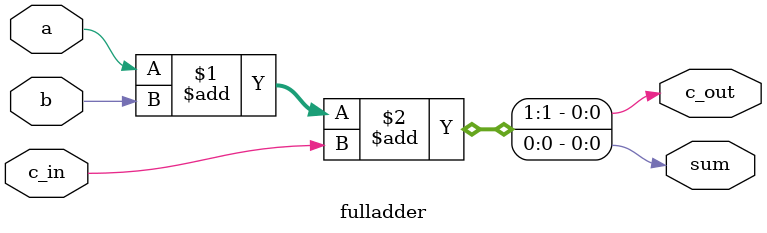
<source format=sv>
module fulladder(input a,b,c_in, output sum,c_out);
  
  assign {c_out,sum} = a + b + c_in;
  
endmodule

</source>
